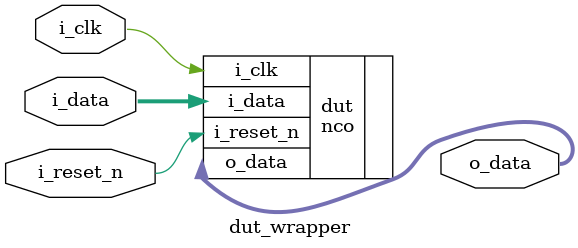
<source format=sv>
`timescale 1ps/1ps

module dut_wrapper(
    input wire i_clk,
    input wire i_reset_n,
    input wire [7:0] i_data,
    output wire [7:0] o_data
);

nco dut (
    .i_clk(i_clk),
    .i_reset_n(i_reset_n),
    .i_data(i_data),
    .o_data(o_data)
);

endmodule
</source>
